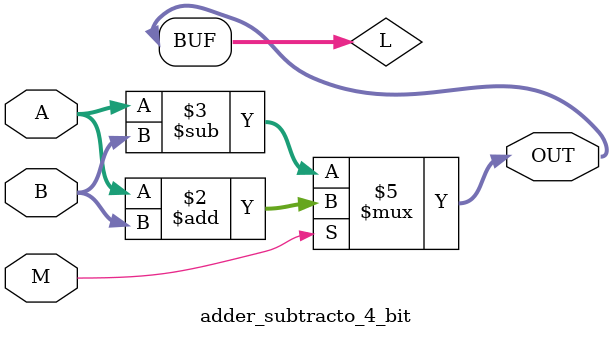
<source format=v>
`timescale 1ns / 1ps
module adder_subtracto_4_bit(
    input [3:0] A,
    input [3:0] B,
    input M,
    output [3:0] OUT );
	 reg [3:0] L;
	 always @(A or B or M)
	 if(M)
	 L <= A+B;
	 else 
	 L <=A-B;
	 assign OUT =L;
	 
   


endmodule

</source>
